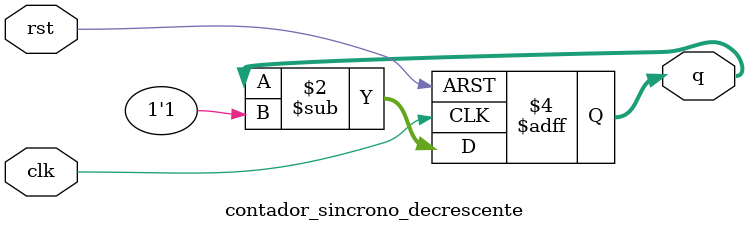
<source format=v>
module contador_sincrono_decrescente (
    input  wire clk,     
    input  wire rst,    
    output reg  [3:0] q  
);
	initial q = 4'b1111;
    always @(posedge clk or posedge rst) begin
        if (rst)
            q <= 4'b1111;          
        else
            q <= q - 1'b1;          
    end

endmodule
</source>
